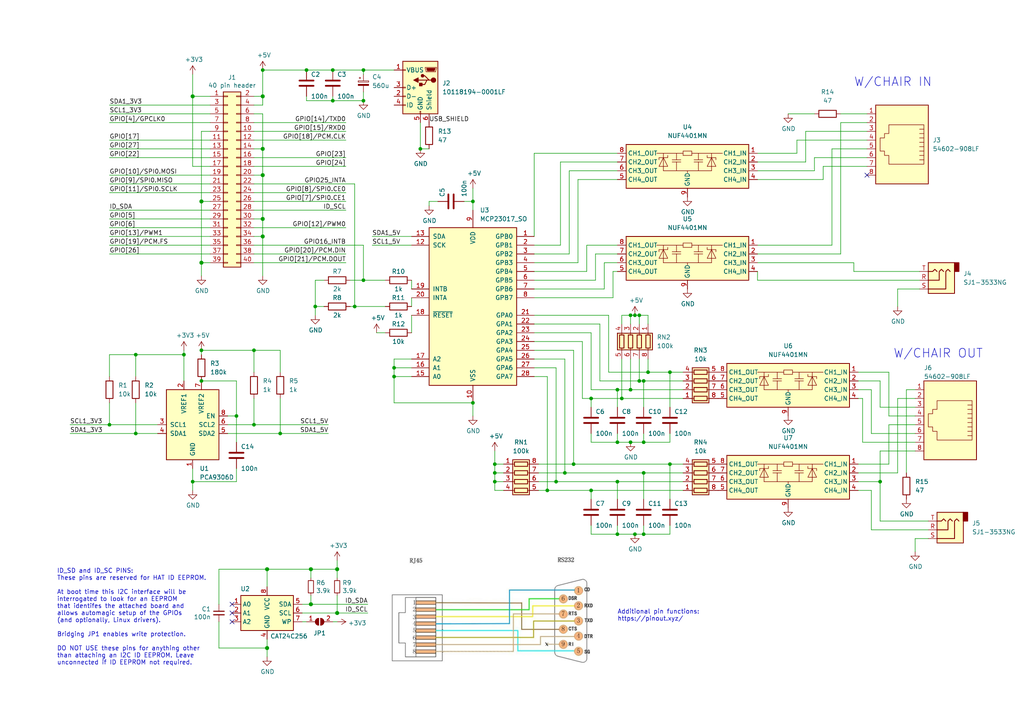
<source format=kicad_sch>
(kicad_sch (version 20211123) (generator eeschema)
  (paper "A4")
  (title_block (date "15 nov 2012"))
  (junction (at 185.42 110.49))
  (junction (at 90.17 175.26) (diameter 1.016))
  (junction (at 166.37 134.62))
  (junction (at 114.3 109.22))
  (junction (at 163.83 137.16))
  (junction (at 76.2 27.94) (diameter 1.016))
  (junction (at 77.47 187.96) (diameter 1.016))
  (junction (at 182.88 128.27))
  (junction (at 76.2 43.18) (diameter 1.016))
  (junction (at 77.47 165.1) (diameter 1.016))
  (junction (at 39.37 125.73))
  (junction (at 39.37 102.87))
  (junction (at 187.96 107.95))
  (junction (at 184.15 91.44))
  (junction (at 121.92 43.18))
  (junction (at 184.15 154.94))
  (junction (at 58.42 110.49))
  (junction (at 161.29 139.7))
  (junction (at 88.9 20.32))
  (junction (at 171.45 142.24))
  (junction (at 68.58 120.65))
  (junction (at 180.34 115.57))
  (junction (at 186.69 154.94))
  (junction (at 255.27 139.7))
  (junction (at 186.69 110.49))
  (junction (at 97.79 165.1) (diameter 1.016))
  (junction (at 179.07 128.27))
  (junction (at 143.51 139.7))
  (junction (at 186.69 137.16))
  (junction (at 186.69 128.27))
  (junction (at 58.42 101.6))
  (junction (at 185.42 91.44))
  (junction (at 171.45 115.57))
  (junction (at 194.31 134.62))
  (junction (at 182.88 91.44))
  (junction (at 73.66 101.6))
  (junction (at 179.07 154.94))
  (junction (at 31.75 123.19))
  (junction (at 58.42 76.2) (diameter 1.016))
  (junction (at 137.16 116.84))
  (junction (at 91.44 88.9))
  (junction (at 58.42 58.42) (diameter 1.016))
  (junction (at 143.51 134.62))
  (junction (at 114.3 106.68))
  (junction (at 73.66 123.19))
  (junction (at 76.2 20.32))
  (junction (at 76.2 68.58) (diameter 1.016))
  (junction (at 182.88 113.03))
  (junction (at 143.51 137.16))
  (junction (at 102.87 88.9))
  (junction (at 194.31 107.95))
  (junction (at 105.41 20.32))
  (junction (at 81.28 125.73))
  (junction (at 55.88 139.7))
  (junction (at 76.2 63.5) (diameter 1.016))
  (junction (at 158.75 142.24))
  (junction (at 76.2 50.8) (diameter 1.016))
  (junction (at 97.79 177.8) (diameter 1.016))
  (junction (at 179.07 113.03))
  (junction (at 137.16 58.42))
  (junction (at 179.07 139.7))
  (junction (at 96.52 29.21))
  (junction (at 96.52 20.32))
  (junction (at 105.41 29.21))
  (junction (at 55.88 27.94) (diameter 1.016))
  (junction (at 53.34 102.87))
  (junction (at 90.17 165.1) (diameter 1.016))
  (junction (at 105.41 81.28))
  (no_connect (at 67.31 175.26))
  (no_connect (at 67.31 177.8))
  (no_connect (at 67.31 180.34))
  (no_connect (at 251.46 50.8))
  (wire (pts (xy 58.42 58.42) (xy 58.42 76.2)))
  (wire (pts (xy 179.07 128.27) (xy 182.88 128.27)))
  (wire (pts (xy 73.66 58.42) (xy 100.33 58.42)))
  (wire (pts (xy 198.12 134.62) (xy 194.31 134.62)))
  (wire (pts (xy 143.51 142.24) (xy 146.05 142.24)))
  (wire (pts (xy 185.42 91.44) (xy 185.42 93.98)))
  (wire (pts (xy 241.3 71.12) (xy 241.3 43.18)))
  (wire (pts (xy 66.04 120.65) (xy 68.58 120.65)))
  (wire (pts (xy 167.64 52.07) (xy 179.07 52.07)))
  (wire (pts (xy 60.96 40.64) (xy 31.75 40.64)))
  (wire (pts (xy 77.47 165.1) (xy 90.17 165.1)))
  (wire (pts (xy 97.79 165.1) (xy 90.17 165.1)))
  (wire (pts (xy 97.79 167.64) (xy 97.79 165.1)))
  (wire (pts (xy 257.81 107.95) (xy 257.81 120.65)))
  (wire (pts (xy 73.66 115.57) (xy 73.66 123.19)))
  (wire (pts (xy 266.7 81.28) (xy 219.71 81.28)))
  (wire (pts (xy 257.81 123.19) (xy 257.81 134.62)))
  (wire (pts (xy 101.6 88.9) (xy 102.87 88.9)))
  (wire (pts (xy 171.45 142.24) (xy 158.75 142.24)))
  (wire (pts (xy 76.2 33.02) (xy 76.2 43.18)))
  (wire (pts (xy 76.2 50.8) (xy 73.66 50.8)))
  (wire (pts (xy 255.27 130.81) (xy 265.43 130.81)))
  (wire (pts (xy 39.37 102.87) (xy 53.34 102.87)))
  (wire (pts (xy 156.21 134.62) (xy 166.37 134.62)))
  (wire (pts (xy 233.68 46.99) (xy 233.68 38.1)))
  (wire (pts (xy 166.37 101.6) (xy 166.37 134.62)))
  (wire (pts (xy 265.43 115.57) (xy 260.35 115.57)))
  (wire (pts (xy 114.3 106.68) (xy 119.38 106.68)))
  (wire (pts (xy 76.2 63.5) (xy 76.2 68.58)))
  (wire (pts (xy 161.29 139.7) (xy 161.29 106.68)))
  (wire (pts (xy 236.22 49.53) (xy 236.22 45.72)))
  (wire (pts (xy 58.42 101.6) (xy 58.42 102.87)))
  (wire (pts (xy 219.71 52.07) (xy 238.76 52.07)))
  (wire (pts (xy 194.31 134.62) (xy 194.31 144.78)))
  (wire (pts (xy 20.32 123.19) (xy 31.75 123.19)))
  (wire (pts (xy 76.2 20.32) (xy 76.2 27.94)))
  (wire (pts (xy 105.41 20.32) (xy 105.41 21.59)))
  (wire (pts (xy 185.42 104.14) (xy 185.42 110.49)))
  (wire (pts (xy 185.42 110.49) (xy 173.99 110.49)))
  (wire (pts (xy 154.94 44.45) (xy 179.07 44.45)))
  (wire (pts (xy 156.21 139.7) (xy 161.29 139.7)))
  (wire (pts (xy 154.94 73.66) (xy 165.1 73.66)))
  (wire (pts (xy 260.35 83.82) (xy 260.35 88.9)))
  (wire (pts (xy 107.95 71.12) (xy 119.38 71.12)))
  (wire (pts (xy 238.76 52.07) (xy 238.76 48.26)))
  (wire (pts (xy 76.2 50.8) (xy 76.2 63.5)))
  (wire (pts (xy 177.8 86.36) (xy 177.8 78.74)))
  (wire (pts (xy 187.96 107.95) (xy 194.31 107.95)))
  (wire (pts (xy 171.45 113.03) (xy 179.07 113.03)))
  (wire (pts (xy 165.1 49.53) (xy 179.07 49.53)))
  (wire (pts (xy 162.56 46.99) (xy 179.07 46.99)))
  (wire (pts (xy 73.66 35.56) (xy 100.33 35.56)))
  (wire (pts (xy 186.69 152.4) (xy 186.69 154.94)))
  (wire (pts (xy 176.53 107.95) (xy 176.53 91.44)))
  (wire (pts (xy 58.42 38.1) (xy 58.42 58.42)))
  (wire (pts (xy 81.28 107.95) (xy 81.28 101.6)))
  (wire (pts (xy 87.63 175.26) (xy 90.17 175.26)))
  (wire (pts (xy 90.17 175.26) (xy 106.68 175.26)))
  (wire (pts (xy 81.28 125.73) (xy 95.25 125.73)))
  (wire (pts (xy 154.94 83.82) (xy 175.26 83.82)))
  (wire (pts (xy 179.07 125.73) (xy 179.07 128.27)))
  (wire (pts (xy 179.07 154.94) (xy 184.15 154.94)))
  (wire (pts (xy 185.42 91.44) (xy 187.96 91.44)))
  (wire (pts (xy 96.52 20.32) (xy 88.9 20.32)))
  (wire (pts (xy 198.12 137.16) (xy 186.69 137.16)))
  (wire (pts (xy 219.71 71.12) (xy 241.3 71.12)))
  (wire (pts (xy 248.92 115.57) (xy 250.19 115.57)))
  (wire (pts (xy 137.16 58.42) (xy 137.16 54.61)))
  (wire (pts (xy 114.3 109.22) (xy 114.3 116.84)))
  (wire (pts (xy 58.42 38.1) (xy 60.96 38.1)))
  (wire (pts (xy 87.63 180.34) (xy 88.9 180.34)))
  (wire (pts (xy 96.52 180.34) (xy 97.79 180.34)))
  (wire (pts (xy 179.07 152.4) (xy 179.07 154.94)))
  (wire (pts (xy 73.66 55.88) (xy 100.33 55.88)))
  (wire (pts (xy 248.92 139.7) (xy 255.27 139.7)))
  (wire (pts (xy 171.45 142.24) (xy 171.45 144.78)))
  (wire (pts (xy 60.96 60.96) (xy 31.75 60.96)))
  (wire (pts (xy 171.45 115.57) (xy 180.34 115.57)))
  (wire (pts (xy 233.68 38.1) (xy 251.46 38.1)))
  (wire (pts (xy 252.73 142.24) (xy 252.73 153.67)))
  (wire (pts (xy 186.69 137.16) (xy 163.83 137.16)))
  (wire (pts (xy 187.96 91.44) (xy 187.96 93.98)))
  (wire (pts (xy 31.75 63.5) (xy 60.96 63.5)))
  (wire (pts (xy 39.37 125.73) (xy 45.72 125.73)))
  (wire (pts (xy 119.38 88.9) (xy 119.38 86.36)))
  (wire (pts (xy 248.92 137.16) (xy 260.35 137.16)))
  (wire (pts (xy 143.51 139.7) (xy 146.05 139.7)))
  (wire (pts (xy 171.45 125.73) (xy 171.45 128.27)))
  (wire (pts (xy 186.69 128.27) (xy 194.31 128.27)))
  (wire (pts (xy 180.34 104.14) (xy 180.34 115.57)))
  (wire (pts (xy 39.37 116.84) (xy 39.37 125.73)))
  (wire (pts (xy 91.44 81.28) (xy 91.44 88.9)))
  (wire (pts (xy 124.46 58.42) (xy 127 58.42)))
  (wire (pts (xy 68.58 120.65) (xy 68.58 128.27)))
  (wire (pts (xy 248.92 110.49) (xy 255.27 110.49)))
  (wire (pts (xy 250.19 128.27) (xy 265.43 128.27)))
  (wire (pts (xy 166.37 101.6) (xy 154.94 101.6)))
  (wire (pts (xy 88.9 29.21) (xy 96.52 29.21)))
  (wire (pts (xy 58.42 58.42) (xy 60.96 58.42)))
  (wire (pts (xy 97.79 162.56) (xy 97.79 165.1)))
  (wire (pts (xy 105.41 81.28) (xy 111.76 81.28)))
  (wire (pts (xy 180.34 93.98) (xy 180.34 91.44)))
  (wire (pts (xy 91.44 88.9) (xy 93.98 88.9)))
  (wire (pts (xy 134.62 58.42) (xy 137.16 58.42)))
  (wire (pts (xy 162.56 71.12) (xy 162.56 46.99)))
  (wire (pts (xy 88.9 27.94) (xy 88.9 29.21)))
  (wire (pts (xy 176.53 91.44) (xy 154.94 91.44)))
  (wire (pts (xy 73.66 45.72) (xy 100.33 45.72)))
  (wire (pts (xy 77.47 165.1) (xy 77.47 170.18)))
  (wire (pts (xy 165.1 73.66) (xy 165.1 49.53)))
  (wire (pts (xy 248.92 113.03) (xy 252.73 113.03)))
  (wire (pts (xy 73.66 123.19) (xy 95.25 123.19)))
  (wire (pts (xy 182.88 128.27) (xy 186.69 128.27)))
  (wire (pts (xy 154.94 71.12) (xy 162.56 71.12)))
  (wire (pts (xy 107.95 68.58) (xy 119.38 68.58)))
  (wire (pts (xy 219.71 49.53) (xy 236.22 49.53)))
  (wire (pts (xy 109.22 96.52) (xy 111.76 96.52)))
  (wire (pts (xy 265.43 160.02) (xy 265.43 156.21)))
  (wire (pts (xy 73.66 76.2) (xy 100.33 76.2)))
  (wire (pts (xy 58.42 76.2) (xy 58.42 80.01)))
  (wire (pts (xy 31.75 43.18) (xy 60.96 43.18)))
  (wire (pts (xy 97.79 172.72) (xy 97.79 177.8)))
  (wire (pts (xy 231.14 44.45) (xy 231.14 40.64)))
  (wire (pts (xy 219.71 81.28) (xy 219.71 78.74)))
  (wire (pts (xy 219.71 73.66) (xy 243.84 73.66)))
  (wire (pts (xy 55.88 21.59) (xy 55.88 27.94)))
  (wire (pts (xy 180.34 115.57) (xy 198.12 115.57)))
  (wire (pts (xy 68.58 139.7) (xy 55.88 139.7)))
  (wire (pts (xy 163.83 137.16) (xy 163.83 104.14)))
  (wire (pts (xy 143.51 134.62) (xy 143.51 137.16)))
  (wire (pts (xy 154.94 96.52) (xy 171.45 96.52)))
  (wire (pts (xy 168.91 115.57) (xy 168.91 99.06)))
  (wire (pts (xy 266.7 78.74) (xy 247.65 78.74)))
  (wire (pts (xy 76.2 68.58) (xy 73.66 68.58)))
  (wire (pts (xy 248.92 142.24) (xy 252.73 142.24)))
  (wire (pts (xy 247.65 76.2) (xy 247.65 78.74)))
  (wire (pts (xy 31.75 33.02) (xy 60.96 33.02)))
  (wire (pts (xy 186.69 154.94) (xy 184.15 154.94)))
  (wire (pts (xy 187.96 107.95) (xy 176.53 107.95)))
  (wire (pts (xy 66.04 125.73) (xy 81.28 125.73)))
  (wire (pts (xy 177.8 78.74) (xy 179.07 78.74)))
  (wire (pts (xy 31.75 55.88) (xy 60.96 55.88)))
  (wire (pts (xy 143.51 137.16) (xy 146.05 137.16)))
  (wire (pts (xy 31.75 109.22) (xy 31.75 102.87)))
  (wire (pts (xy 255.27 110.49) (xy 255.27 118.11)))
  (wire (pts (xy 236.22 45.72) (xy 251.46 45.72)))
  (wire (pts (xy 68.58 120.65) (xy 68.58 110.49)))
  (wire (pts (xy 182.88 91.44) (xy 184.15 91.44)))
  (wire (pts (xy 55.88 48.26) (xy 60.96 48.26)))
  (wire (pts (xy 66.04 123.19) (xy 73.66 123.19)))
  (wire (pts (xy 252.73 153.67) (xy 269.24 153.67)))
  (wire (pts (xy 186.69 110.49) (xy 185.42 110.49)))
  (wire (pts (xy 143.51 139.7) (xy 143.51 142.24)))
  (wire (pts (xy 60.96 30.48) (xy 31.75 30.48)))
  (wire (pts (xy 76.2 27.94) (xy 76.2 30.48)))
  (wire (pts (xy 167.64 76.2) (xy 167.64 52.07)))
  (wire (pts (xy 76.2 43.18) (xy 76.2 50.8)))
  (wire (pts (xy 182.88 104.14) (xy 182.88 113.03)))
  (wire (pts (xy 73.66 40.64) (xy 100.33 40.64)))
  (wire (pts (xy 76.2 43.18) (xy 73.66 43.18)))
  (wire (pts (xy 163.83 104.14) (xy 154.94 104.14)))
  (wire (pts (xy 154.94 86.36) (xy 177.8 86.36)))
  (wire (pts (xy 255.27 118.11) (xy 265.43 118.11)))
  (wire (pts (xy 180.34 91.44) (xy 182.88 91.44)))
  (wire (pts (xy 243.84 33.02) (xy 251.46 33.02)))
  (wire (pts (xy 182.88 91.44) (xy 182.88 93.98)))
  (wire (pts (xy 194.31 154.94) (xy 186.69 154.94)))
  (wire (pts (xy 228.6 33.02) (xy 236.22 33.02)))
  (wire (pts (xy 266.7 83.82) (xy 260.35 83.82)))
  (wire (pts (xy 182.88 113.03) (xy 198.12 113.03)))
  (wire (pts (xy 119.38 96.52) (xy 119.38 91.44)))
  (wire (pts (xy 143.51 134.62) (xy 146.05 134.62)))
  (wire (pts (xy 31.75 35.56) (xy 60.96 35.56)))
  (wire (pts (xy 90.17 165.1) (xy 90.17 167.64)))
  (wire (pts (xy 76.2 27.94) (xy 73.66 27.94)))
  (wire (pts (xy 105.41 26.67) (xy 105.41 29.21)))
  (wire (pts (xy 55.88 27.94) (xy 55.88 48.26)))
  (wire (pts (xy 243.84 73.66) (xy 243.84 35.56)))
  (wire (pts (xy 73.66 48.26) (xy 100.33 48.26)))
  (wire (pts (xy 265.43 156.21) (xy 269.24 156.21)))
  (wire (pts (xy 137.16 116.84) (xy 137.16 120.65)))
  (wire (pts (xy 73.66 38.1) (xy 100.33 38.1)))
  (wire (pts (xy 179.07 113.03) (xy 182.88 113.03)))
  (wire (pts (xy 175.26 83.82) (xy 175.26 76.2)))
  (wire (pts (xy 186.69 110.49) (xy 186.69 118.11)))
  (wire (pts (xy 90.17 172.72) (xy 90.17 175.26)))
  (wire (pts (xy 154.94 76.2) (xy 167.64 76.2)))
  (wire (pts (xy 161.29 106.68) (xy 154.94 106.68)))
  (wire (pts (xy 87.63 177.8) (xy 97.79 177.8)))
  (wire (pts (xy 97.79 177.8) (xy 106.68 177.8)))
  (wire (pts (xy 243.84 35.56) (xy 251.46 35.56)))
  (wire (pts (xy 158.75 109.22) (xy 154.94 109.22)))
  (wire (pts (xy 31.75 116.84) (xy 31.75 123.19)))
  (wire (pts (xy 31.75 45.72) (xy 60.96 45.72)))
  (wire (pts (xy 238.76 48.26) (xy 251.46 48.26)))
  (wire (pts (xy 73.66 107.95) (xy 73.66 101.6)))
  (wire (pts (xy 31.75 53.34) (xy 60.96 53.34)))
  (wire (pts (xy 241.3 43.18) (xy 251.46 43.18)))
  (wire (pts (xy 158.75 142.24) (xy 158.75 109.22)))
  (wire (pts (xy 265.43 123.19) (xy 257.81 123.19)))
  (wire (pts (xy 143.51 130.81) (xy 143.51 134.62)))
  (wire (pts (xy 198.12 110.49) (xy 186.69 110.49)))
  (wire (pts (xy 55.88 135.89) (xy 55.88 139.7)))
  (wire (pts (xy 156.21 137.16) (xy 163.83 137.16)))
  (wire (pts (xy 114.3 109.22) (xy 119.38 109.22)))
  (wire (pts (xy 219.71 76.2) (xy 247.65 76.2)))
  (wire (pts (xy 156.21 142.24) (xy 158.75 142.24)))
  (wire (pts (xy 31.75 66.04) (xy 60.96 66.04)))
  (wire (pts (xy 124.46 59.69) (xy 124.46 58.42)))
  (wire (pts (xy 154.94 78.74) (xy 170.18 78.74)))
  (wire (pts (xy 76.2 30.48) (xy 73.66 30.48)))
  (wire (pts (xy 260.35 115.57) (xy 260.35 137.16)))
  (wire (pts (xy 114.3 104.14) (xy 114.3 106.68)))
  (wire (pts (xy 154.94 68.58) (xy 154.94 44.45)))
  (wire (pts (xy 121.92 43.18) (xy 124.46 43.18)))
  (wire (pts (xy 186.69 137.16) (xy 186.69 144.78)))
  (wire (pts (xy 31.75 71.12) (xy 60.96 71.12)))
  (wire (pts (xy 73.66 101.6) (xy 58.42 101.6)))
  (wire (pts (xy 96.52 27.94) (xy 96.52 29.21)))
  (wire (pts (xy 73.66 71.12) (xy 105.41 71.12)))
  (wire (pts (xy 58.42 110.49) (xy 68.58 110.49)))
  (wire (pts (xy 179.07 139.7) (xy 161.29 139.7)))
  (wire (pts (xy 171.45 154.94) (xy 179.07 154.94)))
  (wire (pts (xy 73.66 66.04) (xy 100.33 66.04)))
  (wire (pts (xy 250.19 115.57) (xy 250.19 128.27)))
  (wire (pts (xy 58.42 76.2) (xy 60.96 76.2)))
  (wire (pts (xy 102.87 88.9) (xy 111.76 88.9)))
  (wire (pts (xy 105.41 20.32) (xy 114.3 20.32)))
  (wire (pts (xy 262.89 113.03) (xy 265.43 113.03)))
  (wire (pts (xy 154.94 81.28) (xy 172.72 81.28)))
  (wire (pts (xy 73.66 73.66) (xy 100.33 73.66)))
  (wire (pts (xy 173.99 93.98) (xy 154.94 93.98)))
  (wire (pts (xy 81.28 101.6) (xy 73.66 101.6)))
  (wire (pts (xy 76.2 33.02) (xy 73.66 33.02)))
  (wire (pts (xy 252.73 125.73) (xy 265.43 125.73)))
  (wire (pts (xy 31.75 73.66) (xy 60.96 73.66)))
  (wire (pts (xy 269.24 151.13) (xy 255.27 151.13)))
  (wire (pts (xy 143.51 137.16) (xy 143.51 139.7)))
  (wire (pts (xy 171.45 128.27) (xy 179.07 128.27)))
  (wire (pts (xy 172.72 73.66) (xy 179.07 73.66)))
  (wire (pts (xy 219.71 46.99) (xy 233.68 46.99)))
  (wire (pts (xy 171.45 96.52) (xy 171.45 113.03)))
  (wire (pts (xy 187.96 104.14) (xy 187.96 107.95)))
  (wire (pts (xy 173.99 110.49) (xy 173.99 93.98)))
  (wire (pts (xy 121.92 35.56) (xy 121.92 43.18)))
  (wire (pts (xy 68.58 135.89) (xy 68.58 139.7)))
  (wire (pts (xy 262.89 113.03) (xy 262.89 137.16)))
  (wire (pts (xy 198.12 107.95) (xy 194.31 107.95)))
  (wire (pts (xy 179.07 139.7) (xy 179.07 144.78)))
  (wire (pts (xy 255.27 151.13) (xy 255.27 139.7)))
  (wire (pts (xy 171.45 152.4) (xy 171.45 154.94)))
  (wire (pts (xy 257.81 134.62) (xy 248.92 134.62)))
  (wire (pts (xy 168.91 115.57) (xy 171.45 115.57)))
  (wire (pts (xy 105.41 20.32) (xy 96.52 20.32)))
  (wire (pts (xy 168.91 99.06) (xy 154.94 99.06)))
  (wire (pts (xy 39.37 109.22) (xy 39.37 102.87)))
  (wire (pts (xy 88.9 20.32) (xy 76.2 20.32)))
  (wire (pts (xy 170.18 78.74) (xy 170.18 71.12)))
  (wire (pts (xy 231.14 40.64) (xy 251.46 40.64)))
  (wire (pts (xy 119.38 81.28) (xy 119.38 83.82)))
  (wire (pts (xy 55.88 139.7) (xy 55.88 142.24)))
  (wire (pts (xy 63.5 165.1) (xy 63.5 175.26)))
  (wire (pts (xy 63.5 180.34) (xy 63.5 187.96)))
  (wire (pts (xy 63.5 187.96) (xy 77.47 187.96)))
  (wire (pts (xy 77.47 165.1) (xy 63.5 165.1)))
  (wire (pts (xy 105.41 81.28) (xy 105.41 71.12)))
  (wire (pts (xy 77.47 185.42) (xy 77.47 187.96)))
  (wire (pts (xy 77.47 187.96) (xy 77.47 190.5)))
  (wire (pts (xy 91.44 91.44) (xy 91.44 88.9)))
  (wire (pts (xy 194.31 128.27) (xy 194.31 125.73)))
  (wire (pts (xy 53.34 101.6) (xy 53.34 102.87)))
  (wire (pts (xy 114.3 106.68) (xy 114.3 109.22)))
  (wire (pts (xy 20.32 125.73) (xy 39.37 125.73)))
  (wire (pts (xy 76.2 68.58) (xy 76.2 80.01)))
  (wire (pts (xy 73.66 53.34) (xy 102.87 53.34)))
  (wire (pts (xy 60.96 68.58) (xy 31.75 68.58)))
  (wire (pts (xy 255.27 139.7) (xy 255.27 130.81)))
  (wire (pts (xy 257.81 120.65) (xy 265.43 120.65)))
  (wire (pts (xy 184.15 91.44) (xy 185.42 91.44)))
  (wire (pts (xy 102.87 53.34) (xy 102.87 88.9)))
  (wire (pts (xy 76.2 63.5) (xy 73.66 63.5)))
  (wire (pts (xy 198.12 142.24) (xy 171.45 142.24)))
  (wire (pts (xy 194.31 134.62) (xy 166.37 134.62)))
  (wire (pts (xy 81.28 115.57) (xy 81.28 125.73)))
  (wire (pts (xy 248.92 107.95) (xy 257.81 107.95)))
  (wire (pts (xy 31.75 102.87) (xy 39.37 102.87)))
  (wire (pts (xy 55.88 27.94) (xy 60.96 27.94)))
  (wire (pts (xy 170.18 71.12) (xy 179.07 71.12)))
  (wire (pts (xy 172.72 81.28) (xy 172.72 73.66)))
  (wire (pts (xy 101.6 81.28) (xy 105.41 81.28)))
  (wire (pts (xy 114.3 116.84) (xy 137.16 116.84)))
  (wire (pts (xy 137.16 60.96) (xy 137.16 58.42)))
  (wire (pts (xy 198.12 139.7) (xy 179.07 139.7)))
  (wire (pts (xy 96.52 29.21) (xy 105.41 29.21)))
  (wire (pts (xy 119.38 104.14) (xy 114.3 104.14)))
  (wire (pts (xy 171.45 115.57) (xy 171.45 118.11)))
  (wire (pts (xy 31.75 123.19) (xy 45.72 123.19)))
  (wire (pts (xy 194.31 152.4) (xy 194.31 154.94)))
  (wire (pts (xy 93.98 81.28) (xy 91.44 81.28)))
  (wire (pts (xy 60.96 50.8) (xy 31.75 50.8)))
  (wire (pts (xy 73.66 60.96) (xy 100.33 60.96)))
  (wire (pts (xy 175.26 76.2) (xy 179.07 76.2)))
  (wire (pts (xy 252.73 113.03) (xy 252.73 125.73)))
  (wire (pts (xy 179.07 113.03) (xy 179.07 118.11)))
  (wire (pts (xy 219.71 44.45) (xy 231.14 44.45)))
  (wire (pts (xy 194.31 107.95) (xy 194.31 118.11)))
  (wire (pts (xy 186.69 125.73) (xy 186.69 128.27)))
  (wire (pts (xy 53.34 102.87) (xy 53.34 110.49)))
  (image (at 142.24 177.8) (scale 1.00235))
  (text "Additional pin functions:\nhttps://pinout.xyz/" (at 179.07 180.34 0) (effects (font (size 1.27 1.27)) (justify left bottom)))
  (text "ID_SD and ID_SC PINS:\nThese pins are reserved for HAT ID EEPROM.\n\nAt boot time this I2C interface will be\ninterrogated to look for an EEPROM\nthat identifes the attached board and\nallows automagic setup of the GPIOs\n(and optionally, Linux drivers).\n\nBridging JP1 enables write protection.\n\nDO NOT USE these pins for anything other\nthan attaching an I2C ID EEPROM. Leave\nunconnected if ID EEPROM not required." (at 16.51 193.04 0) (effects (font (size 1.27 1.27)) (justify left bottom)))
  (text "W/CHAIR OUT" (at 259.08 104.14 0) (effects (font (size 2.54 2.54)) (justify left bottom)))
  (text "W/CHAIR IN" (at 247.65 25.4 0) (effects (font (size 2.54 2.54)) (justify left bottom)))
  (label "SDA1_5V" (at 107.95 68.58 0))
  (label "ID_SDA" (at 31.75 60.96 0))
  (label "SCL1_5V" (at 107.95 71.12 0))
  (label "GPIO[6]" (at 31.75 66.04 0))
  (label "ID_SDA" (at 106.68 175.26 180))
  (label "ID_SCL" (at 100.33 60.96 180))
  (label "GPIO[5]" (at 31.75 63.5 0))
  (label "GPIO[21]{slash}PCM.DOUT" (at 100.33 76.2 180))
  (label "GPIO[19]{slash}PCM.FS" (at 31.75 71.12 0))
  (label "GPIO[10]{slash}SPI0.MOSI" (at 31.75 50.8 0))
  (label "GPIO[9]{slash}SPI0.MISO" (at 31.75 53.34 0))
  (label "GPIO[23]" (at 100.33 45.72 180))
  (label "GPIO[4]{slash}GPCLK0" (at 31.75 35.56 0))
  (label "SCL1_5V" (at 95.25 123.19 180))
  (label "GPIO[27]" (at 31.75 43.18 0))
  (label "GPIO[26]" (at 31.75 73.66 0))
  (label "GPIO[14]{slash}TXD0" (at 100.33 35.56 180))
  (label "GPIO[8]{slash}SPI0.CE0" (at 100.33 55.88 180))
  (label "GPIO[15]{slash}RXD0" (at 100.33 38.1 180))
  (label "GPIO16_INTB" (at 100.33 71.12 180))
  (label "GPIO[22]" (at 31.75 45.72 0))
  (label "USB_SHIELD" (at 124.46 35.56 0))
  (label "SDA1_3V3" (at 31.75 30.48 0))
  (label "GPIO[17]" (at 31.75 40.64 0))
  (label "SCL1_3V3" (at 20.32 123.19 0))
  (label "GPIO25_INTA" (at 100.33 53.34 180))
  (label "SCL1_3V3" (at 31.75 33.02 0))
  (label "GPIO[18]{slash}PCM.CLK" (at 100.33 40.64 180))
  (label "GPIO[12]{slash}PWM0" (at 100.33 66.04 180))
  (label "GPIO[13]{slash}PWM1" (at 31.75 68.58 0))
  (label "GPIO[20]{slash}PCM.DIN" (at 100.33 73.66 180))
  (label "GPIO[24]" (at 100.33 48.26 180))
  (label "GPIO[7]{slash}SPI0.CE1" (at 100.33 58.42 180))
  (label "SDA1_5V" (at 95.25 125.73 180))
  (label "SDA1_3V3" (at 20.32 125.73 0))
  (label "ID_SCL" (at 106.68 177.8 180))
  (label "GPIO[11]{slash}SPI0.SCLK" (at 31.75 55.88 0))
  (symbol (lib_id "power:+5V") (at 76.2 20.32 0) (unit 1)
    (property "Reference" "#PWR06" (effects hide))
    (property "Value" "+5V" (at 76.5683 15.9956 0))
  )
  (symbol (lib_id "power:+3.3V") (at 55.88 21.59 0) (unit 1)
    (property "Reference" "#PWR02" (effects hide))
    (property "Value" "+3.3V" (at 56.2483 17.2656 0))
  )
  (symbol (lib_id "power:GND") (at 76.2 80.01 0) (unit 1)
    (property "Reference" "#PWR07" (effects hide))
    (property "Value" "GND" (at 76.3143 84.3344 0))
  )
  (symbol (lib_id "power:GND") (at 58.42 80.01 0) (unit 1)
    (property "Reference" "#PWR04" (effects hide))
    (property "Value" "GND" (at 58.5343 84.3344 0))
  )
  (symbol (lib_id "Connector_Generic:Conn_02x20_Odd_Even") (at 66.04 50.8 0) (unit 1)
    (property "Reference" "J1" (at 67.31 22.4598 0))
    (property "Value" "40 pin header" (at 67.31 24.765 0))
    (property "Footprint" "Connector_PinSocket_2.54mm:PinSocket_2x20_P2.54mm_Vertical" (effects hide))
  )
  (symbol (lib_id "Interface:PCA9306D") (at 55.88 123.19 0) (unit 1)
    (property "Reference" "U1" (at 57.8994 135.89 0) (effects (justify left)))
    (property "Value" "PCA9306D" (at 57.8994 138.43 0) (effects (justify left)))
    (property "Footprint" "Package_SO:SO-8_3.9x4.9mm_P1.27mm" (effects hide))
    (property "Datasheet" "https://www.nxp.com/docs/en/data-sheet/PCA9306.pdf" (effects hide))
    (property "JLPCB" "PCA9306D,118" (effects hide))
    (property "LCSC" "C2677369" (effects hide))
    (property "MPN" "PCA9306D,118" (effects hide))
  )
  (symbol (lib_id "Device:C") (at 186.69 148.59 0) (unit 1)
    (property "Reference" "C11" (at 187.96 146.05 0) (effects (justify left)))
    (property "Value" "100n" (at 187.96 152.4 0) (effects (justify left)))
    (property "Footprint" "Capacitor_SMD:C_0805_2012Metric" (effects hide))
    (property "EuroCircuits" "GPC0805104" (effects hide))
    (property "JLPCB" "CC0805KRX7R9BB104" (effects hide))
    (property "LCSC" "C49678" (effects hide))
  )
  (symbol (lib_id "Device:C") (at 194.31 148.59 0) (unit 1)
    (property "Reference" "C13" (at 195.58 146.05 0) (effects (justify left)))
    (property "Value" "100n" (at 195.58 152.4 0) (effects (justify left)))
    (property "Footprint" "Capacitor_SMD:C_0805_2012Metric" (effects hide))
    (property "EuroCircuits" "GPC0805104" (effects hide))
    (property "JLPCB" "CC0805KRX7R9BB104" (effects hide))
    (property "LCSC" "C49678" (effects hide))
  )
  (symbol (lib_id "Device:C_Small") (at 63.5 177.8 0) (unit 1)
    (property "Reference" "C1" (at 61.1758 176.6506 0) (effects (justify right)))
    (property "Value" "100n" (at 61.1758 178.9493 0) (effects (justify right)))
    (property "Footprint" "Capacitor_SMD:C_0805_2012Metric" (effects hide))
    (property "EuroCircuits" "GPC0805104" (effects hide))
    (property "JLPCB" "CC0805KRX7R9BB104" (effects hide))
    (property "LCSC" "C49678" (effects hide))
  )
  (symbol (lib_id "power:GND") (at 184.15 154.94 0) (unit 1)
    (property "Reference" "#PWR021" (effects hide))
    (property "Value" "GND" (at 184.2643 159.2644 0))
  )
  (symbol (lib_id "power:GND") (at 228.6 33.02 0) (unit 1)
    (property "Reference" "#PWR024" (effects hide))
    (property "Value" "GND" (at 228.7143 37.3444 0))
  )
  (symbol (lib_id "power:GND") (at 265.43 160.02 0) (unit 1)
    (property "Reference" "#PWR029" (effects hide))
    (property "Value" "GND" (at 265.5443 164.3444 0))
  )
  (symbol (lib_id "Device:R") (at 58.42 106.68 0) (unit 1)
    (property "Reference" "R3" (at 60.96 105.4099 0) (effects (justify left)))
    (property "Value" "180k" (at 60.96 107.9499 0) (effects (justify left)))
    (property "Footprint" "Resistor_SMD:R_0805_2012Metric" (effects hide))
    (property "EuroCircuits" "GPR0805180K" (effects hide))
    (property "JLPCB" "0805W8F1803T5E" (effects hide))
    (property "LCSC" "C17501" (effects hide))
  )
  (symbol (lib_id "Device:R_Small") (at 90.17 170.18 0) (unit 1)
    (property "Reference" "R6" (at 91.6686 169.037 0) (effects (justify left)))
    (property "Value" "3.9k" (at 91.6687 171.3293 0) (effects (justify left)))
    (property "Footprint" "Resistor_SMD:R_0805_2012Metric" (effects hide))
    (property "EuroCircuits" "GPR08053K9" (effects hide))
    (property "JLPCB" "0805W8F3901T5E" (effects hide))
    (property "LCSC" "C17614" (effects hide))
  )
  (symbol (lib_id "power:GND") (at 260.35 88.9 0) (unit 1)
    (property "Reference" "#PWR027" (effects hide))
    (property "Value" "GND" (at 260.4643 93.2244 0))
  )
  (symbol (lib_id "Device:R") (at 97.79 88.9 270) (mirror x) (unit 1)
    (property "Reference" "R8" (at 97.79 86.36 90))
    (property "Value" "2k" (at 97.79 91.44 90))
    (property "Footprint" "Resistor_SMD:R_0805_2012Metric" (effects hide))
    (property "EuroCircuits" "GPR08052K" (effects hide))
    (property "JLPCB" "0805W8F2001T5E" (effects hide))
    (property "LCSC" "C17604" (effects hide))
  )
  (symbol (lib_id "power:+5V") (at 184.15 91.44 0) (unit 1)
    (property "Reference" "#PWR020" (effects hide))
    (property "Value" "+5V" (at 184.5183 87.1156 0))
  )
  (symbol (lib_id "Device:R") (at 124.46 39.37 180) (unit 1)
    (property "Reference" "R13" (at 127 38.0999 0) (effects (justify right)))
    (property "Value" "47" (at 127 40.6399 0) (effects (justify right)))
    (property "Footprint" "Resistor_SMD:R_0805_2012Metric" (effects hide))
    (property "EuroCircuits" "GPR080547R" (effects hide))
    (property "JLPCB" "0805W8F470JT5E" (effects hide))
    (property "LCSC" "C17714" (effects hide))
  )
  (symbol (lib_id "Power_Protection:NUF4401MN") (at 199.39 76.2 0) (mirror y) (unit 1)
    (property "Reference" "U5" (at 199.39 63.5 0))
    (property "Value" "NUF4401MN" (at 199.39 66.04 0))
    (property "Footprint" "Package_DFN_QFN:DFN-8-1EP_2x2mm_P0.5mm_EP0.7x1.3mm" (effects hide))
    (property "Datasheet" "https://www.onsemi.com/pub/Collateral/NUF4401MN-D.PDF" (effects hide))
    (property "JLPCB" "NUF4401MNT1G" (effects hide))
    (property "LCSC" "C479731" (effects hide))
    (property "MPN" "NUF4401MNT1G" (effects hide))
  )
  (symbol (lib_id "Connector:RJ45") (at 261.62 40.64 180) (unit 1)
    (property "Reference" "J3" (at 270.51 40.6399 0) (effects (justify right)))
    (property "Value" "54602-908LF" (at 270.51 43.1799 0) (effects (justify right)))
    (property "Footprint" "Connector_RJ:RJ45_Amphenol_54602-x08_Horizontal" (effects hide))
    (property "MPN" "54602-908LF" (effects hide))
  )
  (symbol (lib_id "Device:R_Pack04") (at 203.2 137.16 270) (mirror x) (unit 1)
    (property "Reference" "RN4" (at 203.2 128.27 90))
    (property "Value" "10k" (at 203.2 130.81 90))
    (property "Footprint" "Resistor_SMD:R_Array_Convex_4x0603" (effects hide))
    (property "JLPCB" "YC164-FR-0710KL" (effects hide))
    (property "LCSC" "C110924" (effects hide))
    (property "MPN" "YC164-FR-0710KL" (effects hide))
  )
  (symbol (lib_id "Device:C") (at 194.31 121.92 0) (unit 1)
    (property "Reference" "C12" (at 195.58 119.38 0) (effects (justify left)))
    (property "Value" "100n" (at 195.58 125.73 0) (effects (justify left)))
    (property "Footprint" "Capacitor_SMD:C_0805_2012Metric" (effects hide))
    (property "EuroCircuits" "GPC0805104" (effects hide))
    (property "JLPCB" "CC0805KRX7R9BB104" (effects hide))
    (property "LCSC" "C49678" (effects hide))
  )
  (symbol (lib_id "Power_Protection:NUF4401MN") (at 228.6 139.7 0) (mirror y) (unit 1)
    (property "Reference" "U7" (at 228.6 127 0))
    (property "Value" "NUF4401MN" (at 228.6 129.54 0))
    (property "Footprint" "Package_DFN_QFN:DFN-8-1EP_2x2mm_P0.5mm_EP0.7x1.3mm" (effects hide))
    (property "Datasheet" "https://www.onsemi.com/pub/Collateral/NUF4401MN-D.PDF" (effects hide))
    (property "JLPCB" "NUF4401MNT1G" (effects hide))
    (property "LCSC" "C479731" (effects hide))
    (property "MPN" "NUF4401MNT1G" (effects hide))
  )
  (symbol (lib_id "Jumper:SolderJumper_2_Open") (at 92.71 180.34 0) (unit 1)
    (property "Reference" "JP1" (at 92.71 183.623 0))
    (property "Value" "2 pin header" (effects hide))
    (property "Footprint" "Connector_PinHeader_2.54mm:PinHeader_1x02_P2.54mm_Vertical" (effects hide))
  )
  (symbol (lib_id "power:+3.3V") (at 53.34 101.6 0) (unit 1)
    (property "Reference" "#PWR01" (effects hide))
    (property "Value" "+3.3V" (at 53.7083 97.2756 0))
  )
  (symbol (lib_id "Connector:RJ45") (at 275.59 120.65 180) (unit 1)
    (property "Reference" "J6" (at 267.97 106.68 0) (effects (justify right)))
    (property "Value" "54602-908LF" (at 267.97 109.22 0) (effects (justify right)))
    (property "Footprint" "Connector_RJ:RJ45_Amphenol_54602-x08_Horizontal" (effects hide))
    (property "MPN" "54602-908LF" (effects hide))
  )
  (symbol (lib_id "Connector:AudioJack3") (at 274.32 153.67 180) (unit 1)
    (property "Reference" "J5" (at 281.94 151.7649 0) (effects (justify right)))
    (property "Value" "SJ1-3533NG" (at 281.94 154.3049 0) (effects (justify right)))
    (property "Footprint" "Connector_Audio:Jack_3.5mm_CUI_SJ1-3533NG_Horizontal" (effects hide))
    (property "MPN" "SJ1-3533NG" (effects hide))
  )
  (symbol (lib_id "Device:R_Small") (at 97.79 170.18 0) (unit 1)
    (property "Reference" "R9" (at 99.2886 169.037 0) (effects (justify left)))
    (property "Value" "3.9k" (at 99.2887 171.3293 0) (effects (justify left)))
    (property "Footprint" "Resistor_SMD:R_0805_2012Metric" (effects hide))
    (property "EuroCircuits" "GPR08053K9" (effects hide))
    (property "JLPCB" "0805W8F3901T5E" (effects hide))
    (property "LCSC" "C17614" (effects hide))
  )
  (symbol (lib_id "power:+3.3V") (at 97.79 162.56 0) (unit 1)
    (property "Reference" "#PWR010" (effects hide))
    (property "Value" "+3.3V" (at 98.1583 158.2356 0))
  )
  (symbol (lib_id "power:+5V") (at 137.16 54.61 0) (unit 1)
    (property "Reference" "#PWR016" (effects hide))
    (property "Value" "+5V" (at 137.5283 50.2856 0))
  )
  (symbol (lib_id "Device:C") (at 88.9 24.13 0) (unit 1)
    (property "Reference" "C2" (at 90.17 21.59 0) (effects (justify left)))
    (property "Value" "100n" (at 90.17 27.94 0) (effects (justify left)))
    (property "Footprint" "Capacitor_SMD:C_0805_2012Metric" (effects hide))
    (property "EuroCircuits" "GPC0805104" (effects hide))
    (property "JLPCB" "CC0805KRX7R9BB104" (effects hide))
    (property "LCSC" "C49678" (effects hide))
  )
  (symbol (lib_id "power:GND") (at 55.88 142.24 0) (unit 1)
    (property "Reference" "#PWR03" (effects hide))
    (property "Value" "GND" (at 55.9943 146.5644 0))
  )
  (symbol (lib_id "Device:R") (at 81.28 111.76 0) (unit 1)
    (property "Reference" "R5" (at 83.82 110.4899 0) (effects (justify left)))
    (property "Value" "1k" (at 83.82 113.0299 0) (effects (justify left)))
    (property "Footprint" "Resistor_SMD:R_0805_2012Metric" (effects hide))
    (property "EuroCircuits" "GPR08051K" (effects hide))
    (property "JLPCB" "0805W8F1001T5E" (effects hide))
    (property "LCSC" "C17513" (effects hide))
  )
  (symbol (lib_id "Memory_EEPROM:CAT24C256") (at 77.47 177.8 0) (unit 1)
    (property "Reference" "U2" (at 71.12 170.7958 0))
    (property "Value" "CAT24C256" (at 83.82 184.5245 0))
    (property "Footprint" "Package_SO:SOIC-8_3.9x4.9mm_P1.27mm" (effects hide))
    (property "Datasheet" "https://www.onsemi.cn/PowerSolutions/document/CAT24C256-D.PDF" (effects hide))
    (property "JLPCB" "CAT24C128WI-GT3" (effects hide))
    (property "LCSC" "C81195" (effects hide))
    (property "MPN" "CAT24C128WI-GT3" (effects hide))
  )
  (symbol (lib_id "power:GND") (at 105.41 29.21 0) (unit 1)
    (property "Reference" "#PWR012" (effects hide))
    (property "Value" "GND" (at 105.5243 33.5344 0))
  )
  (symbol (lib_id "Device:R_Pack04") (at 203.2 110.49 270) (mirror x) (unit 1)
    (property "Reference" "RN3" (at 203.2 101.6 90))
    (property "Value" "10k" (at 203.2 104.14 90))
    (property "Footprint" "Resistor_SMD:R_Array_Convex_4x0603" (effects hide))
    (property "JLPCB" "YC164-FR-0710KL" (effects hide))
    (property "LCSC" "C110924" (effects hide))
    (property "MPN" "YC164-FR-0710KL" (effects hide))
  )
  (symbol (lib_id "Connector:USB_B_Micro") (at 121.92 25.4 0) (mirror y) (unit 1)
    (property "Reference" "J2" (at 128.27 24.1299 0) (effects (justify right)))
    (property "Value" "10118194-0001LF" (at 128.27 26.6699 0) (effects (justify right)))
    (property "Footprint" "Connector_USB:USB_Micro-B_Amphenol_10118194_Horizontal" (effects hide))
    (property "LCSC" "C132563" (effects hide))
    (property "MPN" "10118194-0001LF" (effects hide))
  )
  (symbol (lib_id "Device:C") (at 96.52 24.13 0) (unit 1)
    (property "Reference" "C3" (at 97.79 21.59 0) (effects (justify left)))
    (property "Value" "100n" (at 97.79 27.94 0) (effects (justify left)))
    (property "Footprint" "Capacitor_SMD:C_0805_2012Metric" (effects hide))
    (property "EuroCircuits" "GPC0805104" (effects hide))
    (property "JLPCB" "CC0805KRX7R9BB104" (effects hide))
    (property "LCSC" "C49678" (effects hide))
  )
  (symbol (lib_id "Device:R") (at 115.57 96.52 90) (unit 1) (in_bom no)
    (property "Reference" "R12" (at 115.57 93.98 90))
    (property "Value" "10k" (at 115.57 99.06 90))
    (property "Footprint" "Resistor_SMD:R_0805_2012Metric" (effects hide))
    (property "EuroCircuits" "GPR080510K" (effects hide))
    (property "JLPCB" "0805W8F1002T5E" (effects hide))
    (property "LCSC" "C17414" (effects hide))
  )
  (symbol (lib_id "Device:R") (at 31.75 113.03 0) (unit 1) (in_bom no)
    (property "Reference" "R1" (at 34.29 111.7599 0) (effects (justify left)))
    (property "Value" "10k" (at 34.29 114.2999 0) (effects (justify left)))
    (property "Footprint" "Resistor_SMD:R_0805_2012Metric" (effects hide))
    (property "EuroCircuits" "GPR080510K" (effects hide))
    (property "JLPCB" "0805W8F1002T5E" (effects hide))
    (property "LCSC" "C17414" (effects hide))
  )
  (symbol (lib_id "Device:C") (at 179.07 148.59 0) (unit 1)
    (property "Reference" "C9" (at 180.34 146.05 0) (effects (justify left)))
    (property "Value" "100n" (at 180.34 152.4 0) (effects (justify left)))
    (property "Footprint" "Capacitor_SMD:C_0805_2012Metric" (effects hide))
    (property "EuroCircuits" "GPC0805104" (effects hide))
    (property "JLPCB" "CC0805KRX7R9BB104" (effects hide))
    (property "LCSC" "C49678" (effects hide))
  )
  (symbol (lib_id "Device:R") (at 115.57 88.9 90) (unit 1)
    (property "Reference" "R11" (at 115.57 86.36 90))
    (property "Value" "1k" (at 115.57 91.44 90))
    (property "Footprint" "Resistor_SMD:R_0805_2012Metric" (effects hide))
    (property "EuroCircuits" "GPR08051K" (effects hide))
    (property "JLPCB" "0805W8F1001T5E" (effects hide))
    (property "LCSC" "C17513" (effects hide))
  )
  (symbol (lib_id "power:GND") (at 91.44 91.44 0) (unit 1)
    (property "Reference" "#PWR09" (effects hide))
    (property "Value" "GND" (at 91.5543 95.7644 0))
  )
  (symbol (lib_id "Device:R_Pack04") (at 151.13 139.7 270) (unit 1)
    (property "Reference" "RN1" (at 151.13 128.27 90))
    (property "Value" "100k" (at 151.13 130.81 90))
    (property "Footprint" "Resistor_SMD:R_Array_Convex_4x0603" (effects hide))
    (property "JLPCB" "YC164-JR-07100KL" (effects hide))
    (property "LCSC" "C192933" (effects hide))
    (property "MPN" "YC164-FR-0710KL" (effects hide))
  )
  (symbol (lib_id "Interface_Expansion:MCP23017_SO") (at 137.16 88.9 0) (unit 1)
    (property "Reference" "U3" (at 139.1794 60.96 0) (effects (justify left)))
    (property "Value" "MCP23017_SO" (at 139.1794 63.5 0) (effects (justify left)))
    (property "Footprint" "Package_SO:SOIC-28W_7.5x17.9mm_P1.27mm" (effects hide))
    (property "Datasheet" "http://ww1.microchip.com/downloads/en/DeviceDoc/20001952C.pdf" (effects hide))
    (property "MPN" "MCP23017-SO" (effects hide))
  )
  (symbol (lib_id "Device:C") (at 171.45 148.59 0) (unit 1)
    (property "Reference" "C7" (at 172.72 146.05 0) (effects (justify left)))
    (property "Value" "100n" (at 172.72 152.4 0) (effects (justify left)))
    (property "Footprint" "Capacitor_SMD:C_0805_2012Metric" (effects hide))
    (property "EuroCircuits" "GPC0805104" (effects hide))
    (property "JLPCB" "CC0805KRX7R9BB104" (effects hide))
    (property "LCSC" "C49678" (effects hide))
  )
  (symbol (lib_id "power:GND") (at 182.88 128.27 0) (unit 1)
    (property "Reference" "#PWR019" (effects hide))
    (property "Value" "GND" (at 182.9943 132.5944 0))
  )
  (symbol (lib_id "Device:C") (at 179.07 121.92 0) (unit 1)
    (property "Reference" "C8" (at 180.34 119.38 0) (effects (justify left)))
    (property "Value" "100n" (at 180.34 125.73 0) (effects (justify left)))
    (property "Footprint" "Capacitor_SMD:C_0805_2012Metric" (effects hide))
    (property "EuroCircuits" "GPC0805104" (effects hide))
    (property "JLPCB" "CC0805KRX7R9BB104" (effects hide))
    (property "LCSC" "C49678" (effects hide))
  )
  (symbol (lib_id "Device:C") (at 68.58 132.08 0) (unit 1)
    (property "Reference" "C14" (at 69.85 129.54 0) (effects (justify left)))
    (property "Value" "100n" (at 69.85 135.89 0) (effects (justify left)))
    (property "Footprint" "Capacitor_SMD:C_0805_2012Metric" (effects hide))
    (property "EuroCircuits" "GPC0805104" (effects hide))
    (property "JLPCB" "CC0805KRX7R9BB104" (effects hide))
    (property "LCSC" "C49678" (effects hide))
  )
  (symbol (lib_id "power:GND") (at 228.6 147.32 0) (unit 1)
    (property "Reference" "#PWR026" (effects hide))
    (property "Value" "GND" (at 228.7143 151.6444 0))
  )
  (symbol (lib_id "power:+5V") (at 109.22 96.52 0) (unit 1)
    (property "Reference" "#PWR013" (effects hide))
    (property "Value" "+5V" (at 109.5883 92.1956 0))
  )
  (symbol (lib_id "power:GND") (at 199.39 57.15 0) (unit 1)
    (property "Reference" "#PWR022" (effects hide))
    (property "Value" "GND" (at 199.5043 61.4744 0))
  )
  (symbol (lib_id "Device:R") (at 115.57 81.28 90) (unit 1)
    (property "Reference" "R10" (at 115.57 78.74 90))
    (property "Value" "1k" (at 115.57 83.82 90))
    (property "Footprint" "Resistor_SMD:R_0805_2012Metric" (effects hide))
    (property "EuroCircuits" "GPR08051K" (effects hide))
    (property "JLPCB" "0805W8F1001T5E" (effects hide))
    (property "LCSC" "C17513" (effects hide))
  )
  (symbol (lib_id "Device:R") (at 97.79 81.28 270) (mirror x) (unit 1)
    (property "Reference" "R7" (at 97.79 78.74 90))
    (property "Value" "2k" (at 97.79 83.82 90))
    (property "Footprint" "Resistor_SMD:R_0805_2012Metric" (effects hide))
    (property "EuroCircuits" "GPR08052K" (effects hide))
    (property "JLPCB" "0805W8F2001T5E" (effects hide))
    (property "LCSC" "C17604" (effects hide))
  )
  (symbol (lib_id "power:+5V") (at 143.51 130.81 0) (unit 1)
    (property "Reference" "#PWR018" (effects hide))
    (property "Value" "+5V" (at 143.8783 126.4856 0))
  )
  (symbol (lib_id "Power_Protection:NUF4401MN") (at 228.6 113.03 0) (mirror y) (unit 1)
    (property "Reference" "U6" (at 228.6 100.33 0))
    (property "Value" "NUF4401MN" (at 228.6 102.87 0))
    (property "Footprint" "Package_DFN_QFN:DFN-8-1EP_2x2mm_P0.5mm_EP0.7x1.3mm" (effects hide))
    (property "Datasheet" "https://www.onsemi.com/pub/Collateral/NUF4401MN-D.PDF" (effects hide))
    (property "JLPCB" "NUF4401MNT1G" (effects hide))
    (property "LCSC" "C479731" (effects hide))
    (property "MPN" "NUF4401MNT1G" (effects hide))
  )
  (symbol (lib_id "power:GND") (at 199.39 83.82 0) (unit 1)
    (property "Reference" "#PWR023" (effects hide))
    (property "Value" "GND" (at 199.5043 88.1444 0))
  )
  (symbol (lib_id "power:GND") (at 228.6 120.65 0) (unit 1)
    (property "Reference" "#PWR025" (effects hide))
    (property "Value" "GND" (at 228.7143 124.9744 0))
  )
  (symbol (lib_id "Device:C") (at 186.69 121.92 0) (unit 1)
    (property "Reference" "C10" (at 187.96 119.38 0) (effects (justify left)))
    (property "Value" "100n" (at 187.96 125.73 0) (effects (justify left)))
    (property "Footprint" "Capacitor_SMD:C_0805_2012Metric" (effects hide))
    (property "EuroCircuits" "GPC0805104" (effects hide))
    (property "JLPCB" "CC0805KRX7R9BB104" (effects hide))
    (property "LCSC" "C49678" (effects hide))
  )
  (symbol (lib_id "power:GND") (at 77.47 190.5 0) (unit 1)
    (property "Reference" "#PWR08" (effects hide))
    (property "Value" "GND" (at 77.5843 194.8244 0))
  )
  (symbol (lib_id "Device:C") (at 171.45 121.92 0) (unit 1)
    (property "Reference" "C6" (at 172.72 119.38 0) (effects (justify left)))
    (property "Value" "100n" (at 172.72 125.73 0) (effects (justify left)))
    (property "Footprint" "Capacitor_SMD:C_0805_2012Metric" (effects hide))
    (property "EuroCircuits" "GPC0805104" (effects hide))
    (property "JLPCB" "CC0805KRX7R9BB104" (effects hide))
    (property "LCSC" "C49678" (effects hide))
  )
  (symbol (lib_id "Device:C_Polarized_Small") (at 105.41 24.13 0) (unit 1)
    (property "Reference" "C4" (at 107.95 22.3138 0) (effects (justify left)))
    (property "Value" "560u" (at 107.95 24.8538 0) (effects (justify left)))
    (property "Footprint" "Capacitor_THT:CP_Radial_D10.0mm_P2.50mm_P5.00mm" (effects hide))
    (property "MPN" "20SEPF560M" (effects hide))
  )
  (symbol (lib_id "power:GND") (at 121.92 43.18 0) (unit 1)
    (property "Reference" "#PWR014" (effects hide))
    (property "Value" "GND" (at 122.0343 47.5044 0))
  )
  (symbol (lib_id "Device:R") (at 262.89 140.97 180) (unit 1)
    (property "Reference" "R15" (at 265.43 139.6999 0) (effects (justify right)))
    (property "Value" "47" (at 265.43 142.2399 0) (effects (justify right)))
    (property "Footprint" "Resistor_SMD:R_0805_2012Metric" (effects hide))
    (property "EuroCircuits" "GPR080547R" (effects hide))
    (property "JLPCB" "0805W8F470JT5E" (effects hide))
    (property "LCSC" "C17714" (effects hide))
  )
  (symbol (lib_id "Device:R") (at 73.66 111.76 0) (unit 1)
    (property "Reference" "R4" (at 76.2 110.4899 0) (effects (justify left)))
    (property "Value" "1k" (at 76.2 113.0299 0) (effects (justify left)))
    (property "Footprint" "Resistor_SMD:R_0805_2012Metric" (effects hide))
    (property "EuroCircuits" "GPR08051K" (effects hide))
    (property "JLPCB" "0805W8F1001T5E" (effects hide))
    (property "LCSC" "C17513" (effects hide))
  )
  (symbol (lib_id "power:+3.3V") (at 97.79 180.34 270) (unit 1)
    (property "Reference" "#PWR011" (effects hide))
    (property "Value" "+3.3V" (at 100.9651 180.7083 90) (effects (justify left)))
  )
  (symbol (lib_id "Device:C") (at 130.81 58.42 90) (unit 1)
    (property "Reference" "C5" (at 128.27 57.15 0) (effects (justify left)))
    (property "Value" "100n" (at 134.62 57.15 0) (effects (justify left)))
    (property "Footprint" "Capacitor_SMD:C_0805_2012Metric" (effects hide))
    (property "EuroCircuits" "GPC0805104" (effects hide))
    (property "JLPCB" "CC0805KRX7R9BB104" (effects hide))
    (property "LCSC" "C49678" (effects hide))
  )
  (symbol (lib_id "power:+5V") (at 58.42 101.6 0) (unit 1)
    (property "Reference" "#PWR05" (effects hide))
    (property "Value" "+5V" (at 58.7883 97.2756 0))
  )
  (symbol (lib_id "Device:R") (at 240.03 33.02 90) (unit 1)
    (property "Reference" "R14" (at 240.03 26.67 90))
    (property "Value" "47" (at 240.03 29.21 90))
    (property "Footprint" "Resistor_SMD:R_0805_2012Metric" (effects hide))
    (property "EuroCircuits" "GPR080547R" (effects hide))
    (property "JLPCB" "0805W8F470JT5E" (effects hide))
    (property "LCSC" "C17714" (effects hide))
  )
  (symbol (lib_id "power:GND") (at 262.89 144.78 0) (unit 1)
    (property "Reference" "#PWR028" (effects hide))
    (property "Value" "GND" (at 263.0043 149.1044 0))
  )
  (symbol (lib_id "Power_Protection:NUF4401MN") (at 199.39 49.53 0) (mirror y) (unit 1)
    (property "Reference" "U4" (at 199.39 36.83 0))
    (property "Value" "NUF4401MN" (at 199.39 39.37 0))
    (property "Footprint" "Package_DFN_QFN:DFN-8-1EP_2x2mm_P0.5mm_EP0.7x1.3mm" (effects hide))
    (property "Datasheet" "https://www.onsemi.com/pub/Collateral/NUF4401MN-D.PDF" (effects hide))
    (property "JLPCB" "NUF4401MNT1G" (effects hide))
    (property "LCSC" "C479731" (effects hide))
    (property "MPN" "NUF4401MNT1G" (effects hide))
  )
  (symbol (lib_id "power:GND") (at 124.46 59.69 0) (unit 1)
    (property "Reference" "#PWR015" (effects hide))
    (property "Value" "GND" (at 124.5743 64.0144 0))
  )
  (symbol (lib_id "power:GND") (at 137.16 120.65 0) (unit 1)
    (property "Reference" "#PWR017" (effects hide))
    (property "Value" "GND" (at 137.2743 124.9744 0))
  )
  (symbol (lib_id "Device:R") (at 39.37 113.03 0) (unit 1) (in_bom no)
    (property "Reference" "R2" (at 41.91 111.7599 0) (effects (justify left)))
    (property "Value" "10k" (at 41.91 114.2999 0) (effects (justify left)))
    (property "Footprint" "Resistor_SMD:R_0805_2012Metric" (effects hide))
    (property "EuroCircuits" "GPR080510K" (effects hide))
    (property "JLPCB" "0805W8F1002T5E" (effects hide))
    (property "LCSC" "C17414" (effects hide))
  )
  (symbol (lib_id "Device:R_Pack04") (at 182.88 99.06 180) (unit 1)
    (property "Reference" "RN2" (at 190.5 97.7899 0) (effects (justify right)))
    (property "Value" "100k" (at 190.5 100.3299 0) (effects (justify right)))
    (property "Footprint" "Resistor_SMD:R_Array_Convex_4x0603" (effects hide))
    (property "JLPCB" "YC164-JR-07100KL" (effects hide))
    (property "LCSC" "C192933" (effects hide))
    (property "MPN" "YC164-FR-0710KL" (effects hide))
  )
  (symbol (lib_id "Connector:AudioJack3") (at 271.78 81.28 180) (unit 1)
    (property "Reference" "J4" (at 279.4 79.3749 0) (effects (justify right)))
    (property "Value" "SJ1-3533NG" (at 279.4 81.9149 0) (effects (justify right)))
    (property "Footprint" "Connector_Audio:Jack_3.5mm_CUI_SJ1-3533NG_Horizontal" (effects hide))
    (property "MPN" "SJ1-3533NG" (effects hide))
  )
)
</source>
